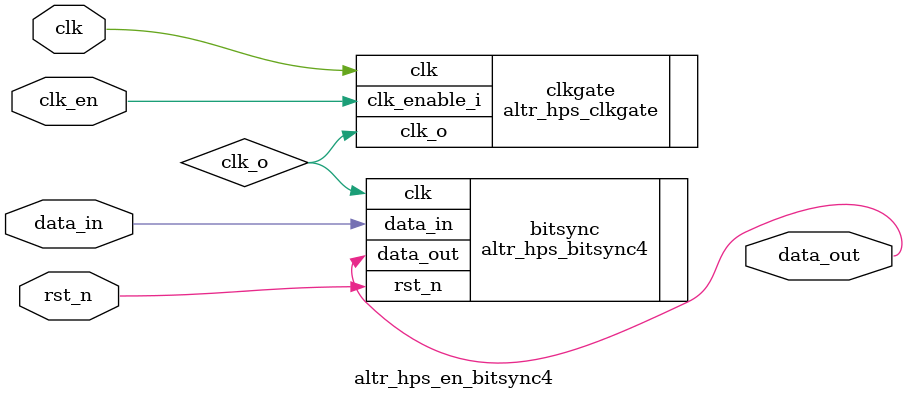
<source format=v>

module altr_hps_en_bitsync4
#(
     parameter DWIDTH = 1,    // Sync Data input
     parameter RESET_VAL = 0  // Reset value
   )
   (
     input               clk,         // clock
     input               rst_n,       // async reset
     input               clk_en,      // clock enable
     input  [DWIDTH-1:0] data_in,     // data in
     output [DWIDTH-1:0] data_out     // data out
   );

wire clk_o;

altr_hps_clkgate clkgate (
  .clk            (clk),
  .clk_enable_i   (clk_en),
  .clk_o          (clk_o)
);

altr_hps_bitsync4 #(
  .DWIDTH      (DWIDTH),
  .RESET_VAL   (RESET_VAL)
) bitsync (
  .clk         (clk_o),
  .rst_n       (rst_n),
  .data_in     (data_in),
  .data_out    (data_out)
);

endmodule

</source>
